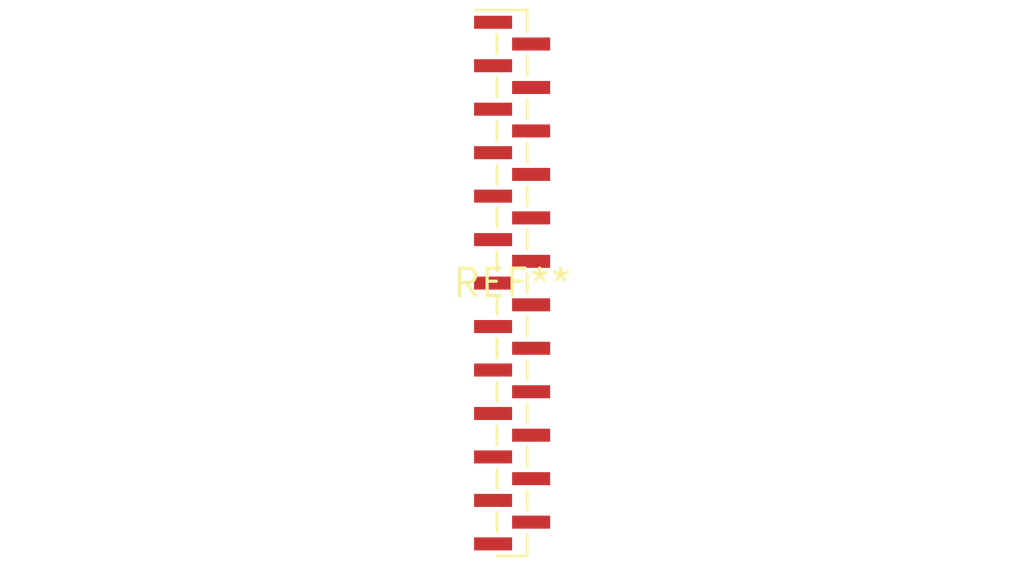
<source format=kicad_pcb>
(kicad_pcb (version 20240108) (generator pcbnew)
  (layers (0 "F.Cu" signal) (31 "B.Cu" signal) (34 "B.Paste" user) (35 "F.Paste" user) (36 "B.SilkS" user "B.Silkscreen") (37 "F.SilkS" user "F.Silkscreen") (38 "B.Mask" user) (39 "F.Mask" user) (44 "Edge.Cuts" user))
  (net 0 "")
  (footprint "PinHeader_1x25_P1.00mm_Vertical_SMD_Pin1Left" (layer "F.Cu") (at 0 0)
    (property "Reference" "REF**")
    (property "Value" "PinHeader_1x25_P1.00mm_Vertical_SMD_Pin1Left")
    (fp_line (start -0.695 -12.56) (end -1.69 -12.56) (layer "F.SilkS") (stroke (width 0.12)))
    (fp_line (start -0.695 -12.56) (end -0.695 -12.56) (layer "F.SilkS") (stroke (width 0.12)))
    (fp_line (start -0.695 -12.56) (end 0.695 -12.56) (layer "F.SilkS") (stroke (width 0.12)))
    (fp_line (start -0.695 -11.44) (end -0.695 -10.56) (layer "F.SilkS") (stroke (width 0.12)))
    (fp_line (start -0.695 -9.44) (end -0.695 -8.56) (layer "F.SilkS") (stroke (width 0.12)))
    (fp_line (start -0.695 -7.44) (end -0.695 -6.56) (layer "F.SilkS") (stroke (width 0.12)))
    (fp_line (start -0.695 -5.44) (end -0.695 -4.56) (layer "F.SilkS") (stroke (width 0.12)))
    (fp_line (start -0.695 -3.44) (end -0.695 -2.56) (layer "F.SilkS") (stroke (width 0.12)))
    (fp_line (start -0.695 -1.44) (end -0.695 -0.56) (layer "F.SilkS") (stroke (width 0.12)))
    (fp_line (start -0.695 0.56) (end -0.695 1.44) (layer "F.SilkS") (stroke (width 0.12)))
    (fp_line (start -0.695 2.56) (end -0.695 3.44) (layer "F.SilkS") (stroke (width 0.12)))
    (fp_line (start -0.695 4.56) (end -0.695 5.44) (layer "F.SilkS") (stroke (width 0.12)))
    (fp_line (start -0.695 6.56) (end -0.695 7.44) (layer "F.SilkS") (stroke (width 0.12)))
    (fp_line (start -0.695 8.56) (end -0.695 9.44) (layer "F.SilkS") (stroke (width 0.12)))
    (fp_line (start -0.695 10.56) (end -0.695 11.44) (layer "F.SilkS") (stroke (width 0.12)))
    (fp_line (start -0.695 12.56) (end 0.695 12.56) (layer "F.SilkS") (stroke (width 0.12)))
    (fp_line (start 0.695 -12.56) (end 0.695 -11.56) (layer "F.SilkS") (stroke (width 0.12)))
    (fp_line (start 0.695 -10.44) (end 0.695 -9.56) (layer "F.SilkS") (stroke (width 0.12)))
    (fp_line (start 0.695 -8.44) (end 0.695 -7.56) (layer "F.SilkS") (stroke (width 0.12)))
    (fp_line (start 0.695 -6.44) (end 0.695 -5.56) (layer "F.SilkS") (stroke (width 0.12)))
    (fp_line (start 0.695 -4.44) (end 0.695 -3.56) (layer "F.SilkS") (stroke (width 0.12)))
    (fp_line (start 0.695 -2.44) (end 0.695 -1.56) (layer "F.SilkS") (stroke (width 0.12)))
    (fp_line (start 0.695 -0.44) (end 0.695 0.44) (layer "F.SilkS") (stroke (width 0.12)))
    (fp_line (start 0.695 1.56) (end 0.695 2.44) (layer "F.SilkS") (stroke (width 0.12)))
    (fp_line (start 0.695 3.56) (end 0.695 4.44) (layer "F.SilkS") (stroke (width 0.12)))
    (fp_line (start 0.695 5.56) (end 0.695 6.44) (layer "F.SilkS") (stroke (width 0.12)))
    (fp_line (start 0.695 7.56) (end 0.695 8.44) (layer "F.SilkS") (stroke (width 0.12)))
    (fp_line (start 0.695 9.56) (end 0.695 10.44) (layer "F.SilkS") (stroke (width 0.12)))
    (fp_line (start 0.695 11.56) (end 0.695 12.56) (layer "F.SilkS") (stroke (width 0.12)))
    (fp_line (start 0.695 12.56) (end 0.695 12.56) (layer "F.SilkS") (stroke (width 0.12)))
    (pad "1" smd rect (at -0.875 -12) (size 1.75 0.6) (layers "F.Cu" "F.Paste" "F.Mask"))
    (pad "2" smd rect (at 0.875 -11) (size 1.75 0.6) (layers "F.Cu" "F.Paste" "F.Mask"))
    (pad "3" smd rect (at -0.875 -10) (size 1.75 0.6) (layers "F.Cu" "F.Paste" "F.Mask"))
    (pad "4" smd rect (at 0.875 -9) (size 1.75 0.6) (layers "F.Cu" "F.Paste" "F.Mask"))
    (pad "5" smd rect (at -0.875 -8) (size 1.75 0.6) (layers "F.Cu" "F.Paste" "F.Mask"))
    (pad "6" smd rect (at 0.875 -7) (size 1.75 0.6) (layers "F.Cu" "F.Paste" "F.Mask"))
    (pad "7" smd rect (at -0.875 -6) (size 1.75 0.6) (layers "F.Cu" "F.Paste" "F.Mask"))
    (pad "8" smd rect (at 0.875 -5) (size 1.75 0.6) (layers "F.Cu" "F.Paste" "F.Mask"))
    (pad "9" smd rect (at -0.875 -4) (size 1.75 0.6) (layers "F.Cu" "F.Paste" "F.Mask"))
    (pad "10" smd rect (at 0.875 -3) (size 1.75 0.6) (layers "F.Cu" "F.Paste" "F.Mask"))
    (pad "11" smd rect (at -0.875 -2) (size 1.75 0.6) (layers "F.Cu" "F.Paste" "F.Mask"))
    (pad "12" smd rect (at 0.875 -1) (size 1.75 0.6) (layers "F.Cu" "F.Paste" "F.Mask"))
    (pad "13" smd rect (at -0.875 0) (size 1.75 0.6) (layers "F.Cu" "F.Paste" "F.Mask"))
    (pad "14" smd rect (at 0.875 1) (size 1.75 0.6) (layers "F.Cu" "F.Paste" "F.Mask"))
    (pad "15" smd rect (at -0.875 2) (size 1.75 0.6) (layers "F.Cu" "F.Paste" "F.Mask"))
    (pad "16" smd rect (at 0.875 3) (size 1.75 0.6) (layers "F.Cu" "F.Paste" "F.Mask"))
    (pad "17" smd rect (at -0.875 4) (size 1.75 0.6) (layers "F.Cu" "F.Paste" "F.Mask"))
    (pad "18" smd rect (at 0.875 5) (size 1.75 0.6) (layers "F.Cu" "F.Paste" "F.Mask"))
    (pad "19" smd rect (at -0.875 6) (size 1.75 0.6) (layers "F.Cu" "F.Paste" "F.Mask"))
    (pad "20" smd rect (at 0.875 7) (size 1.75 0.6) (layers "F.Cu" "F.Paste" "F.Mask"))
    (pad "21" smd rect (at -0.875 8) (size 1.75 0.6) (layers "F.Cu" "F.Paste" "F.Mask"))
    (pad "22" smd rect (at 0.875 9) (size 1.75 0.6) (layers "F.Cu" "F.Paste" "F.Mask"))
    (pad "23" smd rect (at -0.875 10) (size 1.75 0.6) (layers "F.Cu" "F.Paste" "F.Mask"))
    (pad "24" smd rect (at 0.875 11) (size 1.75 0.6) (layers "F.Cu" "F.Paste" "F.Mask"))
    (pad "25" smd rect (at -0.875 12) (size 1.75 0.6) (layers "F.Cu" "F.Paste" "F.Mask"))
  )
)
</source>
